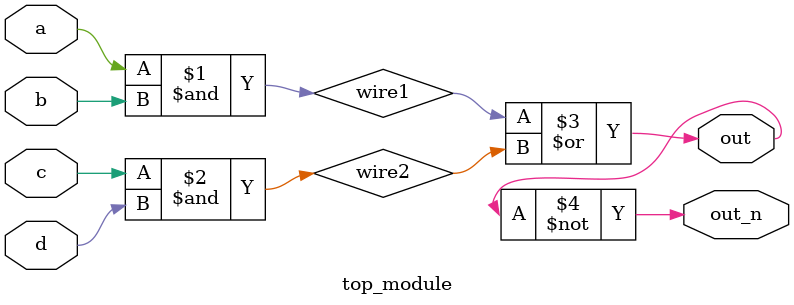
<source format=sv>
module top_module (
	input a,
	input b,
	input c,
	input d,
	output out,
	output out_n );

	wire wire1;
	wire wire2;

	and gate1(wire1, a, b);
	and gate2(wire2, c, d);
	or gate3(out, wire1, wire2);
	not gate4(out_n, out);
	
endmodule

</source>
